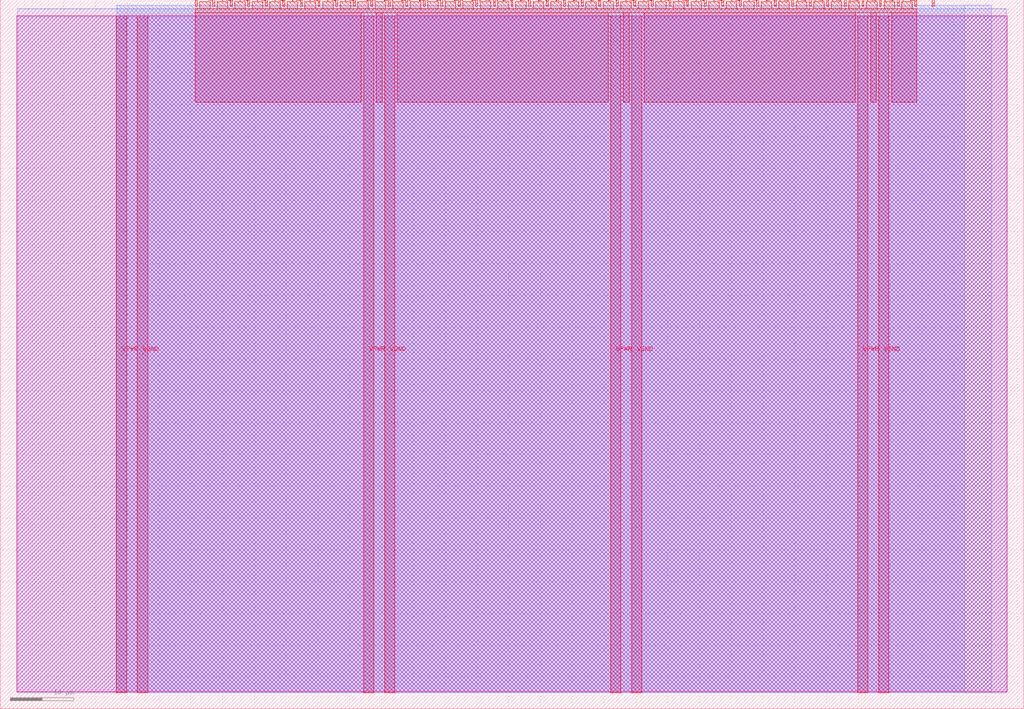
<source format=lef>
VERSION 5.7 ;
  NOWIREEXTENSIONATPIN ON ;
  DIVIDERCHAR "/" ;
  BUSBITCHARS "[]" ;
MACRO tt_um_alu_4bit_wrapper
  CLASS BLOCK ;
  FOREIGN tt_um_alu_4bit_wrapper ;
  ORIGIN 0.000 0.000 ;
  SIZE 161.000 BY 111.520 ;
  PIN VGND
    DIRECTION INOUT ;
    USE GROUND ;
    PORT
      LAYER met4 ;
        RECT 21.580 2.480 23.180 109.040 ;
    END
    PORT
      LAYER met4 ;
        RECT 60.450 2.480 62.050 109.040 ;
    END
    PORT
      LAYER met4 ;
        RECT 99.320 2.480 100.920 109.040 ;
    END
    PORT
      LAYER met4 ;
        RECT 138.190 2.480 139.790 109.040 ;
    END
  END VGND
  PIN VPWR
    DIRECTION INOUT ;
    USE POWER ;
    PORT
      LAYER met4 ;
        RECT 18.280 2.480 19.880 109.040 ;
    END
    PORT
      LAYER met4 ;
        RECT 57.150 2.480 58.750 109.040 ;
    END
    PORT
      LAYER met4 ;
        RECT 96.020 2.480 97.620 109.040 ;
    END
    PORT
      LAYER met4 ;
        RECT 134.890 2.480 136.490 109.040 ;
    END
  END VPWR
  PIN clk
    DIRECTION INPUT ;
    USE SIGNAL ;
    ANTENNAGATEAREA 0.852000 ;
    PORT
      LAYER met4 ;
        RECT 143.830 110.520 144.130 111.520 ;
    END
  END clk
  PIN ena
    DIRECTION INPUT ;
    USE SIGNAL ;
    PORT
      LAYER met4 ;
        RECT 146.590 110.520 146.890 111.520 ;
    END
  END ena
  PIN rst_n
    DIRECTION INPUT ;
    USE SIGNAL ;
    ANTENNAGATEAREA 0.213000 ;
    PORT
      LAYER met4 ;
        RECT 141.070 110.520 141.370 111.520 ;
    END
  END rst_n
  PIN ui_in[0]
    DIRECTION INPUT ;
    USE SIGNAL ;
    ANTENNAGATEAREA 0.159000 ;
    PORT
      LAYER met4 ;
        RECT 138.310 110.520 138.610 111.520 ;
    END
  END ui_in[0]
  PIN ui_in[1]
    DIRECTION INPUT ;
    USE SIGNAL ;
    ANTENNAGATEAREA 0.196500 ;
    PORT
      LAYER met4 ;
        RECT 135.550 110.520 135.850 111.520 ;
    END
  END ui_in[1]
  PIN ui_in[2]
    DIRECTION INPUT ;
    USE SIGNAL ;
    ANTENNAGATEAREA 0.196500 ;
    PORT
      LAYER met4 ;
        RECT 132.790 110.520 133.090 111.520 ;
    END
  END ui_in[2]
  PIN ui_in[3]
    DIRECTION INPUT ;
    USE SIGNAL ;
    ANTENNAGATEAREA 0.196500 ;
    PORT
      LAYER met4 ;
        RECT 130.030 110.520 130.330 111.520 ;
    END
  END ui_in[3]
  PIN ui_in[4]
    DIRECTION INPUT ;
    USE SIGNAL ;
    ANTENNAGATEAREA 0.196500 ;
    PORT
      LAYER met4 ;
        RECT 127.270 110.520 127.570 111.520 ;
    END
  END ui_in[4]
  PIN ui_in[5]
    DIRECTION INPUT ;
    USE SIGNAL ;
    ANTENNAGATEAREA 0.196500 ;
    PORT
      LAYER met4 ;
        RECT 124.510 110.520 124.810 111.520 ;
    END
  END ui_in[5]
  PIN ui_in[6]
    DIRECTION INPUT ;
    USE SIGNAL ;
    ANTENNAGATEAREA 0.196500 ;
    PORT
      LAYER met4 ;
        RECT 121.750 110.520 122.050 111.520 ;
    END
  END ui_in[6]
  PIN ui_in[7]
    DIRECTION INPUT ;
    USE SIGNAL ;
    ANTENNAGATEAREA 0.213000 ;
    PORT
      LAYER met4 ;
        RECT 118.990 110.520 119.290 111.520 ;
    END
  END ui_in[7]
  PIN uio_in[0]
    DIRECTION INPUT ;
    USE SIGNAL ;
    ANTENNAGATEAREA 0.213000 ;
    PORT
      LAYER met4 ;
        RECT 116.230 110.520 116.530 111.520 ;
    END
  END uio_in[0]
  PIN uio_in[1]
    DIRECTION INPUT ;
    USE SIGNAL ;
    ANTENNAGATEAREA 0.213000 ;
    PORT
      LAYER met4 ;
        RECT 113.470 110.520 113.770 111.520 ;
    END
  END uio_in[1]
  PIN uio_in[2]
    DIRECTION INPUT ;
    USE SIGNAL ;
    ANTENNAGATEAREA 0.196500 ;
    PORT
      LAYER met4 ;
        RECT 110.710 110.520 111.010 111.520 ;
    END
  END uio_in[2]
  PIN uio_in[3]
    DIRECTION INPUT ;
    USE SIGNAL ;
    ANTENNAGATEAREA 0.196500 ;
    PORT
      LAYER met4 ;
        RECT 107.950 110.520 108.250 111.520 ;
    END
  END uio_in[3]
  PIN uio_in[4]
    DIRECTION INPUT ;
    USE SIGNAL ;
    PORT
      LAYER met4 ;
        RECT 105.190 110.520 105.490 111.520 ;
    END
  END uio_in[4]
  PIN uio_in[5]
    DIRECTION INPUT ;
    USE SIGNAL ;
    PORT
      LAYER met4 ;
        RECT 102.430 110.520 102.730 111.520 ;
    END
  END uio_in[5]
  PIN uio_in[6]
    DIRECTION INPUT ;
    USE SIGNAL ;
    PORT
      LAYER met4 ;
        RECT 99.670 110.520 99.970 111.520 ;
    END
  END uio_in[6]
  PIN uio_in[7]
    DIRECTION INPUT ;
    USE SIGNAL ;
    PORT
      LAYER met4 ;
        RECT 96.910 110.520 97.210 111.520 ;
    END
  END uio_in[7]
  PIN uio_oe[0]
    DIRECTION OUTPUT ;
    USE SIGNAL ;
    PORT
      LAYER met4 ;
        RECT 49.990 110.520 50.290 111.520 ;
    END
  END uio_oe[0]
  PIN uio_oe[1]
    DIRECTION OUTPUT ;
    USE SIGNAL ;
    PORT
      LAYER met4 ;
        RECT 47.230 110.520 47.530 111.520 ;
    END
  END uio_oe[1]
  PIN uio_oe[2]
    DIRECTION OUTPUT ;
    USE SIGNAL ;
    PORT
      LAYER met4 ;
        RECT 44.470 110.520 44.770 111.520 ;
    END
  END uio_oe[2]
  PIN uio_oe[3]
    DIRECTION OUTPUT ;
    USE SIGNAL ;
    PORT
      LAYER met4 ;
        RECT 41.710 110.520 42.010 111.520 ;
    END
  END uio_oe[3]
  PIN uio_oe[4]
    DIRECTION OUTPUT ;
    USE SIGNAL ;
    PORT
      LAYER met4 ;
        RECT 38.950 110.520 39.250 111.520 ;
    END
  END uio_oe[4]
  PIN uio_oe[5]
    DIRECTION OUTPUT ;
    USE SIGNAL ;
    PORT
      LAYER met4 ;
        RECT 36.190 110.520 36.490 111.520 ;
    END
  END uio_oe[5]
  PIN uio_oe[6]
    DIRECTION OUTPUT ;
    USE SIGNAL ;
    PORT
      LAYER met4 ;
        RECT 33.430 110.520 33.730 111.520 ;
    END
  END uio_oe[6]
  PIN uio_oe[7]
    DIRECTION OUTPUT ;
    USE SIGNAL ;
    PORT
      LAYER met4 ;
        RECT 30.670 110.520 30.970 111.520 ;
    END
  END uio_oe[7]
  PIN uio_out[0]
    DIRECTION OUTPUT ;
    USE SIGNAL ;
    PORT
      LAYER met4 ;
        RECT 72.070 110.520 72.370 111.520 ;
    END
  END uio_out[0]
  PIN uio_out[1]
    DIRECTION OUTPUT ;
    USE SIGNAL ;
    PORT
      LAYER met4 ;
        RECT 69.310 110.520 69.610 111.520 ;
    END
  END uio_out[1]
  PIN uio_out[2]
    DIRECTION OUTPUT ;
    USE SIGNAL ;
    PORT
      LAYER met4 ;
        RECT 66.550 110.520 66.850 111.520 ;
    END
  END uio_out[2]
  PIN uio_out[3]
    DIRECTION OUTPUT ;
    USE SIGNAL ;
    PORT
      LAYER met4 ;
        RECT 63.790 110.520 64.090 111.520 ;
    END
  END uio_out[3]
  PIN uio_out[4]
    DIRECTION OUTPUT ;
    USE SIGNAL ;
    PORT
      LAYER met4 ;
        RECT 61.030 110.520 61.330 111.520 ;
    END
  END uio_out[4]
  PIN uio_out[5]
    DIRECTION OUTPUT ;
    USE SIGNAL ;
    PORT
      LAYER met4 ;
        RECT 58.270 110.520 58.570 111.520 ;
    END
  END uio_out[5]
  PIN uio_out[6]
    DIRECTION OUTPUT ;
    USE SIGNAL ;
    PORT
      LAYER met4 ;
        RECT 55.510 110.520 55.810 111.520 ;
    END
  END uio_out[6]
  PIN uio_out[7]
    DIRECTION OUTPUT ;
    USE SIGNAL ;
    PORT
      LAYER met4 ;
        RECT 52.750 110.520 53.050 111.520 ;
    END
  END uio_out[7]
  PIN uo_out[0]
    DIRECTION OUTPUT ;
    USE SIGNAL ;
    ANTENNAGATEAREA 0.247500 ;
    ANTENNADIFFAREA 0.891000 ;
    PORT
      LAYER met4 ;
        RECT 94.150 110.520 94.450 111.520 ;
    END
  END uo_out[0]
  PIN uo_out[1]
    DIRECTION OUTPUT ;
    USE SIGNAL ;
    ANTENNAGATEAREA 0.247500 ;
    ANTENNADIFFAREA 0.891000 ;
    PORT
      LAYER met4 ;
        RECT 91.390 110.520 91.690 111.520 ;
    END
  END uo_out[1]
  PIN uo_out[2]
    DIRECTION OUTPUT ;
    USE SIGNAL ;
    ANTENNAGATEAREA 0.247500 ;
    ANTENNADIFFAREA 0.891000 ;
    PORT
      LAYER met4 ;
        RECT 88.630 110.520 88.930 111.520 ;
    END
  END uo_out[2]
  PIN uo_out[3]
    DIRECTION OUTPUT ;
    USE SIGNAL ;
    ANTENNAGATEAREA 0.747000 ;
    ANTENNADIFFAREA 0.891000 ;
    PORT
      LAYER met4 ;
        RECT 85.870 110.520 86.170 111.520 ;
    END
  END uo_out[3]
  PIN uo_out[4]
    DIRECTION OUTPUT ;
    USE SIGNAL ;
    ANTENNADIFFAREA 0.445500 ;
    PORT
      LAYER met4 ;
        RECT 83.110 110.520 83.410 111.520 ;
    END
  END uo_out[4]
  PIN uo_out[5]
    DIRECTION OUTPUT ;
    USE SIGNAL ;
    ANTENNADIFFAREA 0.445500 ;
    PORT
      LAYER met4 ;
        RECT 80.350 110.520 80.650 111.520 ;
    END
  END uo_out[5]
  PIN uo_out[6]
    DIRECTION OUTPUT ;
    USE SIGNAL ;
    ANTENNADIFFAREA 0.445500 ;
    PORT
      LAYER met4 ;
        RECT 77.590 110.520 77.890 111.520 ;
    END
  END uo_out[6]
  PIN uo_out[7]
    DIRECTION OUTPUT ;
    USE SIGNAL ;
    ANTENNADIFFAREA 0.445500 ;
    PORT
      LAYER met4 ;
        RECT 74.830 110.520 75.130 111.520 ;
    END
  END uo_out[7]
  OBS
      LAYER nwell ;
        RECT 2.570 2.635 158.430 108.990 ;
      LAYER li1 ;
        RECT 2.760 2.635 158.240 108.885 ;
      LAYER met1 ;
        RECT 2.760 2.480 158.240 110.120 ;
      LAYER met2 ;
        RECT 18.310 2.535 155.840 110.685 ;
      LAYER met3 ;
        RECT 18.290 2.555 151.735 110.665 ;
      LAYER met4 ;
        RECT 31.370 110.120 33.030 111.170 ;
        RECT 34.130 110.120 35.790 111.170 ;
        RECT 36.890 110.120 38.550 111.170 ;
        RECT 39.650 110.120 41.310 111.170 ;
        RECT 42.410 110.120 44.070 111.170 ;
        RECT 45.170 110.120 46.830 111.170 ;
        RECT 47.930 110.120 49.590 111.170 ;
        RECT 50.690 110.120 52.350 111.170 ;
        RECT 53.450 110.120 55.110 111.170 ;
        RECT 56.210 110.120 57.870 111.170 ;
        RECT 58.970 110.120 60.630 111.170 ;
        RECT 61.730 110.120 63.390 111.170 ;
        RECT 64.490 110.120 66.150 111.170 ;
        RECT 67.250 110.120 68.910 111.170 ;
        RECT 70.010 110.120 71.670 111.170 ;
        RECT 72.770 110.120 74.430 111.170 ;
        RECT 75.530 110.120 77.190 111.170 ;
        RECT 78.290 110.120 79.950 111.170 ;
        RECT 81.050 110.120 82.710 111.170 ;
        RECT 83.810 110.120 85.470 111.170 ;
        RECT 86.570 110.120 88.230 111.170 ;
        RECT 89.330 110.120 90.990 111.170 ;
        RECT 92.090 110.120 93.750 111.170 ;
        RECT 94.850 110.120 96.510 111.170 ;
        RECT 97.610 110.120 99.270 111.170 ;
        RECT 100.370 110.120 102.030 111.170 ;
        RECT 103.130 110.120 104.790 111.170 ;
        RECT 105.890 110.120 107.550 111.170 ;
        RECT 108.650 110.120 110.310 111.170 ;
        RECT 111.410 110.120 113.070 111.170 ;
        RECT 114.170 110.120 115.830 111.170 ;
        RECT 116.930 110.120 118.590 111.170 ;
        RECT 119.690 110.120 121.350 111.170 ;
        RECT 122.450 110.120 124.110 111.170 ;
        RECT 125.210 110.120 126.870 111.170 ;
        RECT 127.970 110.120 129.630 111.170 ;
        RECT 130.730 110.120 132.390 111.170 ;
        RECT 133.490 110.120 135.150 111.170 ;
        RECT 136.250 110.120 137.910 111.170 ;
        RECT 139.010 110.120 140.670 111.170 ;
        RECT 141.770 110.120 143.430 111.170 ;
        RECT 30.655 109.440 144.145 110.120 ;
        RECT 30.655 95.375 56.750 109.440 ;
        RECT 59.150 95.375 60.050 109.440 ;
        RECT 62.450 95.375 95.620 109.440 ;
        RECT 98.020 95.375 98.920 109.440 ;
        RECT 101.320 95.375 134.490 109.440 ;
        RECT 136.890 95.375 137.790 109.440 ;
        RECT 140.190 95.375 144.145 109.440 ;
  END
END tt_um_alu_4bit_wrapper
END LIBRARY


</source>
